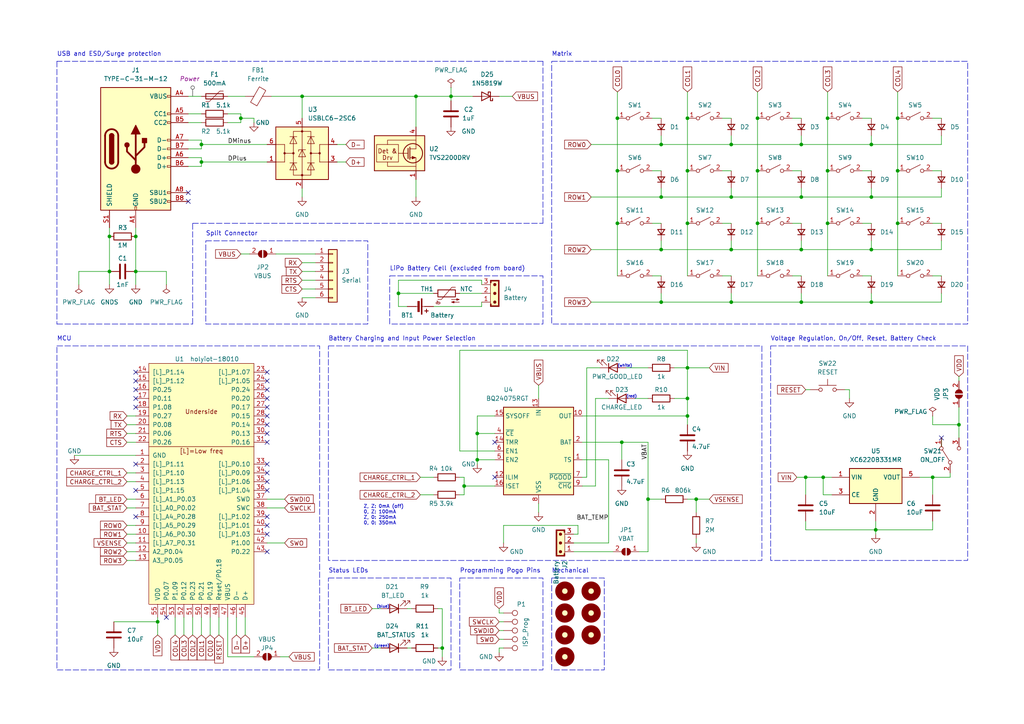
<source format=kicad_sch>
(kicad_sch (version 20230121) (generator eeschema)
  (paper "A4")
  (title_block (title "nightliner - a split wireless keyboard") (date "2023-10-21") (rev "0.1") (company "Layer-7 Technologies") (comment 2 "Project: https://michaelrommel.com/create/2023-10-21-nightliner") (comment 3 "Github: https://github.com/michaelrommel/nightliner") (comment 4 "Designer: Michael Rommel"))
  (junction (at 87.63 27.94))
  (junction (at 240.03 64.77))
  (junction (at 252.73 41.91))
  (junction (at 39.37 78.74))
  (junction (at 31.75 68.58))
  (junction (at 233.68 138.43))
  (junction (at 240.03 49.53))
  (junction (at 187.96 144.78))
  (junction (at 232.41 41.91))
  (junction (at 199.39 49.53))
  (junction (at 232.41 87.63))
  (junction (at 199.39 115.57))
  (junction (at 191.77 57.15))
  (junction (at 212.09 57.15))
  (junction (at 212.09 41.91))
  (junction (at 252.73 72.39))
  (junction (at 31.75 78.74))
  (junction (at 254 153.67))
  (junction (at 232.41 57.15))
  (junction (at 219.71 34.29))
  (junction (at 179.07 34.29))
  (junction (at 58.42 41.91))
  (junction (at 115.57 85.09))
  (junction (at 252.73 87.63))
  (junction (at 179.07 64.77))
  (junction (at 212.09 72.39))
  (junction (at 219.71 49.53))
  (junction (at 134.62 140.97))
  (junction (at 260.35 34.29))
  (junction (at 138.43 125.73))
  (junction (at 179.07 49.53))
  (junction (at 232.41 72.39))
  (junction (at 199.39 34.29))
  (junction (at 128.27 187.96))
  (junction (at 260.35 64.77))
  (junction (at 212.09 87.63))
  (junction (at 252.73 57.15))
  (junction (at 199.39 120.65))
  (junction (at 278.13 123.19))
  (junction (at 39.37 68.58))
  (junction (at 219.71 64.77))
  (junction (at 191.77 87.63))
  (junction (at 120.65 27.94))
  (junction (at 180.34 128.27))
  (junction (at 199.39 106.68))
  (junction (at 238.76 138.43))
  (junction (at 270.51 138.43))
  (junction (at 260.35 49.53))
  (junction (at 58.42 46.99))
  (junction (at 191.77 41.91))
  (junction (at 138.43 133.35))
  (junction (at 199.39 64.77))
  (junction (at 69.85 34.29))
  (junction (at 45.72 180.34))
  (junction (at 130.81 27.94))
  (junction (at 191.77 72.39))
  (junction (at 240.03 34.29))
  (junction (at 201.93 144.78))
  (no_connect (at 54.61 58.42))
  (no_connect (at 77.47 152.4))
  (no_connect (at 48.26 179.07))
  (no_connect (at 77.47 142.24))
  (no_connect (at 39.37 142.24))
  (no_connect (at 77.47 125.73))
  (no_connect (at 77.47 137.16))
  (no_connect (at 39.37 149.86))
  (no_connect (at 39.37 115.57))
  (no_connect (at 77.47 160.02))
  (no_connect (at 39.37 110.49))
  (no_connect (at 77.47 107.95))
  (no_connect (at 77.47 139.7))
  (no_connect (at 77.47 134.62))
  (no_connect (at 77.47 123.19))
  (no_connect (at 77.47 149.86))
  (no_connect (at 143.51 138.43))
  (no_connect (at 39.37 107.95))
  (no_connect (at 77.47 128.27))
  (no_connect (at 77.47 120.65))
  (no_connect (at 77.47 118.11))
  (no_connect (at 273.05 127))
  (no_connect (at 39.37 118.11))
  (no_connect (at 39.37 134.62))
  (no_connect (at 77.47 113.03))
  (no_connect (at 77.47 115.57))
  (no_connect (at 77.47 110.49))
  (no_connect (at 143.51 128.27))
  (no_connect (at 77.47 154.94))
  (no_connect (at 54.61 55.88))
  (no_connect (at 39.37 113.03))
  (wire (pts (xy 36.83 147.32) (xy 39.37 147.32)))
  (wire (pts (xy 139.7 81.28) (xy 115.57 81.28)))
  (wire (pts (xy 232.41 69.85) (xy 232.41 72.39)))
  (wire (pts (xy 278.13 118.11) (xy 278.13 123.19)))
  (wire (pts (xy 260.35 64.77) (xy 260.35 80.01)))
  (wire (pts (xy 260.35 34.29) (xy 260.35 49.53)))
  (wire (pts (xy 130.81 27.94) (xy 130.81 29.21)))
  (wire (pts (xy 78.74 27.94) (xy 87.63 27.94)))
  (wire (pts (xy 191.77 87.63) (xy 212.09 87.63)))
  (wire (pts (xy 87.63 78.74) (xy 91.44 78.74)))
  (wire (pts (xy 199.39 106.68) (xy 199.39 115.57)))
  (wire (pts (xy 201.93 144.78) (xy 199.39 144.78)))
  (wire (pts (xy 97.79 41.91) (xy 100.33 41.91)))
  (wire (pts (xy 232.41 87.63) (xy 252.73 87.63)))
  (wire (pts (xy 199.39 120.65) (xy 199.39 123.19)))
  (wire (pts (xy 36.83 139.7) (xy 39.37 139.7)))
  (wire (pts (xy 246.38 115.57) (xy 246.38 113.03)))
  (polyline (pts (xy 55.88 64.77) (xy 157.48 64.77)) (stroke (width 0) (type dash)))
  (wire (pts (xy 146.05 180.34) (xy 144.78 180.34)))
  (wire (pts (xy 144.78 189.23) (xy 144.78 187.96)))
  (wire (pts (xy 146.05 152.4) (xy 146.05 157.48)))
  (wire (pts (xy 58.42 41.91) (xy 58.42 43.18)))
  (wire (pts (xy 138.43 120.65) (xy 138.43 125.73)))
  (wire (pts (xy 54.61 45.72) (xy 58.42 45.72)))
  (wire (pts (xy 232.41 85.09) (xy 232.41 87.63)))
  (wire (pts (xy 209.55 64.77) (xy 212.09 64.77)))
  (wire (pts (xy 36.83 162.56) (xy 39.37 162.56)))
  (wire (pts (xy 143.51 120.65) (xy 138.43 120.65)))
  (wire (pts (xy 199.39 101.6) (xy 199.39 106.68)))
  (wire (pts (xy 191.77 41.91) (xy 212.09 41.91)))
  (wire (pts (xy 231.14 138.43) (xy 233.68 138.43)))
  (wire (pts (xy 212.09 87.63) (xy 232.41 87.63)))
  (wire (pts (xy 144.78 27.94) (xy 148.59 27.94)))
  (wire (pts (xy 233.68 113.03) (xy 234.95 113.03)))
  (wire (pts (xy 58.42 48.26) (xy 54.61 48.26)))
  (wire (pts (xy 252.73 87.63) (xy 273.05 87.63)))
  (wire (pts (xy 77.47 157.48) (xy 82.55 157.48)))
  (wire (pts (xy 238.76 138.43) (xy 241.3 138.43)))
  (wire (pts (xy 69.85 33.02) (xy 69.85 34.29)))
  (wire (pts (xy 58.42 40.64) (xy 58.42 41.91)))
  (wire (pts (xy 179.07 49.53) (xy 179.07 64.77)))
  (wire (pts (xy 199.39 49.53) (xy 199.39 64.77)))
  (polyline (pts (xy 16.51 17.78) (xy 16.51 93.98)) (stroke (width 0) (type dash)))
  (wire (pts (xy 167.64 152.4) (xy 167.64 154.94)))
  (wire (pts (xy 60.96 179.07) (xy 60.96 184.15)))
  (polyline (pts (xy 157.48 17.78) (xy 16.51 17.78)) (stroke (width 0) (type dash)))
  (wire (pts (xy 191.77 54.61) (xy 191.77 57.15)))
  (wire (pts (xy 180.34 128.27) (xy 180.34 133.35)))
  (wire (pts (xy 219.71 26.67) (xy 219.71 34.29)))
  (wire (pts (xy 87.63 27.94) (xy 120.65 27.94)))
  (wire (pts (xy 250.19 34.29) (xy 252.73 34.29)))
  (wire (pts (xy 58.42 43.18) (xy 54.61 43.18)))
  (wire (pts (xy 270.51 138.43) (xy 275.59 138.43)))
  (wire (pts (xy 187.96 144.78) (xy 191.77 144.78)))
  (wire (pts (xy 133.35 85.09) (xy 139.7 85.09)))
  (wire (pts (xy 250.19 80.01) (xy 252.73 80.01)))
  (polyline (pts (xy 157.48 64.77) (xy 157.48 17.78)) (stroke (width 0) (type dash)))
  (wire (pts (xy 181.61 106.68) (xy 187.96 106.68)))
  (wire (pts (xy 229.87 64.77) (xy 232.41 64.77)))
  (wire (pts (xy 252.73 72.39) (xy 273.05 72.39)))
  (wire (pts (xy 58.42 45.72) (xy 58.42 46.99)))
  (wire (pts (xy 118.11 187.96) (xy 119.38 187.96)))
  (wire (pts (xy 87.63 54.61) (xy 87.63 57.15)))
  (wire (pts (xy 144.78 176.53) (xy 144.78 177.8)))
  (wire (pts (xy 238.76 143.51) (xy 238.76 138.43)))
  (wire (pts (xy 87.63 83.82) (xy 91.44 83.82)))
  (wire (pts (xy 39.37 66.04) (xy 39.37 68.58)))
  (wire (pts (xy 270.51 64.77) (xy 273.05 64.77)))
  (wire (pts (xy 209.55 80.01) (xy 212.09 80.01)))
  (wire (pts (xy 36.83 154.94) (xy 39.37 154.94)))
  (wire (pts (xy 199.39 34.29) (xy 199.39 49.53)))
  (wire (pts (xy 31.75 68.58) (xy 31.75 78.74)))
  (polyline (pts (xy 55.88 93.98) (xy 55.88 64.77)) (stroke (width 0) (type dash)))
  (wire (pts (xy 275.59 137.16) (xy 275.59 138.43)))
  (wire (pts (xy 191.77 72.39) (xy 212.09 72.39)))
  (wire (pts (xy 179.07 64.77) (xy 179.07 80.01)))
  (wire (pts (xy 58.42 41.91) (xy 77.47 41.91)))
  (wire (pts (xy 219.71 34.29) (xy 219.71 49.53)))
  (wire (pts (xy 171.45 72.39) (xy 191.77 72.39)))
  (wire (pts (xy 212.09 72.39) (xy 232.41 72.39)))
  (wire (pts (xy 115.57 88.9) (xy 118.11 88.9)))
  (wire (pts (xy 22.86 82.55) (xy 22.86 78.74)))
  (wire (pts (xy 270.51 123.19) (xy 278.13 123.19)))
  (wire (pts (xy 270.51 49.53) (xy 273.05 49.53)))
  (wire (pts (xy 212.09 54.61) (xy 212.09 57.15)))
  (wire (pts (xy 139.7 88.9) (xy 139.7 87.63)))
  (wire (pts (xy 187.96 160.02) (xy 185.42 160.02)))
  (wire (pts (xy 48.26 78.74) (xy 39.37 78.74)))
  (wire (pts (xy 209.55 34.29) (xy 212.09 34.29)))
  (wire (pts (xy 179.07 26.67) (xy 179.07 34.29)))
  (wire (pts (xy 266.7 138.43) (xy 270.51 138.43)))
  (wire (pts (xy 36.83 152.4) (xy 39.37 152.4)))
  (wire (pts (xy 87.63 27.94) (xy 87.63 34.29)))
  (wire (pts (xy 252.73 54.61) (xy 252.73 57.15)))
  (wire (pts (xy 199.39 115.57) (xy 195.58 115.57)))
  (wire (pts (xy 55.88 179.07) (xy 55.88 184.15)))
  (wire (pts (xy 191.77 85.09) (xy 191.77 87.63)))
  (wire (pts (xy 69.85 34.29) (xy 69.85 35.56)))
  (wire (pts (xy 54.61 40.64) (xy 58.42 40.64)))
  (wire (pts (xy 31.75 78.74) (xy 31.75 82.55)))
  (wire (pts (xy 273.05 57.15) (xy 273.05 54.61)))
  (wire (pts (xy 130.81 25.4) (xy 130.81 27.94)))
  (wire (pts (xy 172.72 140.97) (xy 168.91 140.97)))
  (wire (pts (xy 36.83 160.02) (xy 39.37 160.02)))
  (wire (pts (xy 191.77 39.37) (xy 191.77 41.91)))
  (wire (pts (xy 232.41 54.61) (xy 232.41 57.15)))
  (wire (pts (xy 97.79 46.99) (xy 100.33 46.99)))
  (wire (pts (xy 36.83 144.78) (xy 39.37 144.78)))
  (wire (pts (xy 260.35 26.67) (xy 260.35 34.29)))
  (wire (pts (xy 241.3 143.51) (xy 238.76 143.51)))
  (wire (pts (xy 201.93 144.78) (xy 201.93 148.59)))
  (wire (pts (xy 171.45 87.63) (xy 191.77 87.63)))
  (wire (pts (xy 167.64 154.94) (xy 166.37 154.94)))
  (wire (pts (xy 36.83 125.73) (xy 39.37 125.73)))
  (wire (pts (xy 66.04 27.94) (xy 71.12 27.94)))
  (wire (pts (xy 144.78 177.8) (xy 146.05 177.8)))
  (wire (pts (xy 21.59 132.08) (xy 39.37 132.08)))
  (wire (pts (xy 240.03 64.77) (xy 240.03 80.01)))
  (wire (pts (xy 121.92 143.51) (xy 125.73 143.51)))
  (wire (pts (xy 54.61 35.56) (xy 58.42 35.56)))
  (wire (pts (xy 199.39 115.57) (xy 199.39 120.65)))
  (wire (pts (xy 232.41 72.39) (xy 252.73 72.39)))
  (wire (pts (xy 77.47 147.32) (xy 82.55 147.32)))
  (wire (pts (xy 233.68 151.13) (xy 233.68 153.67)))
  (wire (pts (xy 199.39 106.68) (xy 195.58 106.68)))
  (wire (pts (xy 146.05 185.42) (xy 144.78 185.42)))
  (wire (pts (xy 125.73 88.9) (xy 139.7 88.9)))
  (wire (pts (xy 233.68 138.43) (xy 238.76 138.43)))
  (wire (pts (xy 170.18 138.43) (xy 168.91 138.43)))
  (wire (pts (xy 138.43 133.35) (xy 138.43 134.62)))
  (wire (pts (xy 125.73 85.09) (xy 115.57 85.09)))
  (wire (pts (xy 133.35 143.51) (xy 134.62 143.51)))
  (wire (pts (xy 127 187.96) (xy 128.27 187.96)))
  (wire (pts (xy 254 154.94) (xy 254 153.67)))
  (wire (pts (xy 107.95 176.53) (xy 110.49 176.53)))
  (wire (pts (xy 127 176.53) (xy 128.27 176.53)))
  (wire (pts (xy 22.86 78.74) (xy 31.75 78.74)))
  (wire (pts (xy 179.07 34.29) (xy 179.07 49.53)))
  (wire (pts (xy 146.05 182.88) (xy 144.78 182.88)))
  (wire (pts (xy 254 153.67) (xy 270.51 153.67)))
  (wire (pts (xy 138.43 125.73) (xy 138.43 133.35)))
  (wire (pts (xy 187.96 144.78) (xy 187.96 160.02)))
  (wire (pts (xy 170.18 106.68) (xy 170.18 138.43)))
  (wire (pts (xy 68.58 179.07) (xy 68.58 184.15)))
  (wire (pts (xy 205.74 106.68) (xy 199.39 106.68)))
  (wire (pts (xy 118.11 176.53) (xy 119.38 176.53)))
  (wire (pts (xy 219.71 49.53) (xy 219.71 64.77)))
  (wire (pts (xy 58.42 179.07) (xy 58.42 184.15)))
  (wire (pts (xy 63.5 179.07) (xy 63.5 184.15)))
  (wire (pts (xy 115.57 85.09) (xy 115.57 88.9)))
  (wire (pts (xy 73.66 190.5) (xy 66.04 190.5)))
  (wire (pts (xy 58.42 46.99) (xy 77.47 46.99)))
  (wire (pts (xy 139.7 81.28) (xy 139.7 82.55)))
  (wire (pts (xy 252.73 39.37) (xy 252.73 41.91)))
  (wire (pts (xy 252.73 85.09) (xy 252.73 87.63)))
  (wire (pts (xy 254 153.67) (xy 254 151.13)))
  (wire (pts (xy 176.53 157.48) (xy 166.37 157.48)))
  (wire (pts (xy 120.65 27.94) (xy 120.65 36.83)))
  (wire (pts (xy 77.47 144.78) (xy 82.55 144.78)))
  (wire (pts (xy 219.71 64.77) (xy 219.71 80.01)))
  (wire (pts (xy 133.35 130.81) (xy 133.35 101.6)))
  (wire (pts (xy 107.95 187.96) (xy 110.49 187.96)))
  (wire (pts (xy 229.87 80.01) (xy 232.41 80.01)))
  (wire (pts (xy 134.62 140.97) (xy 143.51 140.97)))
  (wire (pts (xy 270.51 34.29) (xy 273.05 34.29)))
  (wire (pts (xy 133.35 138.43) (xy 134.62 138.43)))
  (wire (pts (xy 232.41 57.15) (xy 252.73 57.15)))
  (wire (pts (xy 128.27 187.96) (xy 128.27 190.5)))
  (wire (pts (xy 232.41 41.91) (xy 252.73 41.91)))
  (wire (pts (xy 189.23 64.77) (xy 191.77 64.77)))
  (wire (pts (xy 36.83 120.65) (xy 39.37 120.65)))
  (wire (pts (xy 278.13 109.22) (xy 278.13 110.49)))
  (wire (pts (xy 156.21 146.05) (xy 156.21 148.59)))
  (wire (pts (xy 121.92 138.43) (xy 125.73 138.43)))
  (wire (pts (xy 273.05 72.39) (xy 273.05 69.85)))
  (wire (pts (xy 87.63 76.2) (xy 91.44 76.2)))
  (wire (pts (xy 130.81 27.94) (xy 137.16 27.94)))
  (wire (pts (xy 233.68 153.67) (xy 254 153.67)))
  (wire (pts (xy 73.66 34.29) (xy 73.66 35.56)))
  (wire (pts (xy 133.35 101.6) (xy 199.39 101.6)))
  (wire (pts (xy 229.87 34.29) (xy 232.41 34.29)))
  (wire (pts (xy 138.43 133.35) (xy 143.51 133.35)))
  (wire (pts (xy 252.73 41.91) (xy 273.05 41.91)))
  (wire (pts (xy 240.03 34.29) (xy 240.03 49.53)))
  (wire (pts (xy 48.26 82.55) (xy 48.26 78.74)))
  (wire (pts (xy 87.63 81.28) (xy 91.44 81.28)))
  (wire (pts (xy 171.45 57.15) (xy 191.77 57.15)))
  (wire (pts (xy 168.91 133.35) (xy 176.53 133.35)))
  (polyline (pts (xy 16.51 93.98) (xy 55.88 93.98)) (stroke (width 0) (type dash)))
  (wire (pts (xy 156.21 111.76) (xy 156.21 115.57)))
  (wire (pts (xy 199.39 64.77) (xy 199.39 80.01)))
  (wire (pts (xy 66.04 33.02) (xy 69.85 33.02)))
  (wire (pts (xy 273.05 41.91) (xy 273.05 39.37)))
  (wire (pts (xy 233.68 138.43) (xy 233.68 143.51)))
  (wire (pts (xy 115.57 81.28) (xy 115.57 85.09)))
  (wire (pts (xy 212.09 69.85) (xy 212.09 72.39)))
  (wire (pts (xy 273.05 129.54) (xy 273.05 127)))
  (wire (pts (xy 250.19 64.77) (xy 252.73 64.77)))
  (wire (pts (xy 177.8 160.02) (xy 166.37 160.02)))
  (wire (pts (xy 270.51 120.65) (xy 270.51 123.19)))
  (wire (pts (xy 212.09 41.91) (xy 232.41 41.91)))
  (wire (pts (xy 58.42 46.99) (xy 58.42 48.26)))
  (wire (pts (xy 201.93 156.21) (xy 201.93 157.48)))
  (wire (pts (xy 171.45 41.91) (xy 191.77 41.91)))
  (wire (pts (xy 146.05 152.4) (xy 167.64 152.4)))
  (wire (pts (xy 191.77 57.15) (xy 212.09 57.15)))
  (wire (pts (xy 170.18 106.68) (xy 173.99 106.68)))
  (wire (pts (xy 54.61 27.94) (xy 58.42 27.94)))
  (wire (pts (xy 212.09 85.09) (xy 212.09 87.63)))
  (wire (pts (xy 36.83 123.19) (xy 39.37 123.19)))
  (wire (pts (xy 209.55 49.53) (xy 212.09 49.53)))
  (wire (pts (xy 36.83 137.16) (xy 39.37 137.16)))
  (wire (pts (xy 180.34 128.27) (xy 187.96 128.27)))
  (wire (pts (xy 189.23 80.01) (xy 191.77 80.01)))
  (wire (pts (xy 187.96 128.27) (xy 187.96 144.78)))
  (wire (pts (xy 199.39 26.67) (xy 199.39 34.29)))
  (wire (pts (xy 184.15 115.57) (xy 187.96 115.57)))
  (wire (pts (xy 191.77 69.85) (xy 191.77 72.39)))
  (wire (pts (xy 201.93 144.78) (xy 205.74 144.78)))
  (wire (pts (xy 260.35 49.53) (xy 260.35 64.77)))
  (wire (pts (xy 36.83 128.27) (xy 39.37 128.27)))
  (wire (pts (xy 232.41 39.37) (xy 232.41 41.91)))
  (wire (pts (xy 58.42 33.02) (xy 54.61 33.02)))
  (wire (pts (xy 36.83 157.48) (xy 39.37 157.48)))
  (wire (pts (xy 80.01 73.66) (xy 91.44 73.66)))
  (wire (pts (xy 172.72 115.57) (xy 176.53 115.57)))
  (wire (pts (xy 252.73 69.85) (xy 252.73 72.39)))
  (wire (pts (xy 229.87 49.53) (xy 232.41 49.53)))
  (wire (pts (xy 81.28 190.5) (xy 83.82 190.5)))
  (wire (pts (xy 138.43 125.73) (xy 143.51 125.73)))
  (wire (pts (xy 270.51 138.43) (xy 270.51 143.51)))
  (wire (pts (xy 270.51 151.13) (xy 270.51 153.67)))
  (wire (pts (xy 69.85 34.29) (xy 73.66 34.29)))
  (wire (pts (xy 168.91 120.65) (xy 199.39 120.65)))
  (wire (pts (xy 270.51 80.01) (xy 273.05 80.01)))
  (wire (pts (xy 71.12 179.07) (xy 71.12 184.15)))
  (wire (pts (xy 53.34 179.07) (xy 53.34 184.15)))
  (wire (pts (xy 252.73 57.15) (xy 273.05 57.15)))
  (wire (pts (xy 134.62 140.97) (xy 134.62 143.51)))
  (wire (pts (xy 180.34 128.27) (xy 168.91 128.27)))
  (wire (pts (xy 144.78 187.96) (xy 146.05 187.96)))
  (wire (pts (xy 128.27 176.53) (xy 128.27 187.96)))
  (wire (pts (xy 240.03 26.67) (xy 240.03 34.29)))
  (wire (pts (xy 69.85 35.56) (xy 66.04 35.56)))
  (wire (pts (xy 134.62 138.43) (xy 134.62 140.97)))
  (wire (pts (xy 250.19 49.53) (xy 252.73 49.53)))
  (wire (pts (xy 212.09 39.37) (xy 212.09 41.91)))
  (wire (pts (xy 69.85 73.66) (xy 72.39 73.66)))
  (wire (pts (xy 45.72 179.07) (xy 45.72 180.34)))
  (wire (pts (xy 278.13 123.19) (xy 278.13 127)))
  (wire (pts (xy 246.38 113.03) (xy 245.11 113.03)))
  (wire (pts (xy 66.04 179.07) (xy 66.04 190.5)))
  (wire (pts (xy 176.53 133.35) (xy 176.53 157.48)))
  (wire (pts (xy 240.03 49.53) (xy 240.03 64.77)))
  (wire (pts (xy 189.23 49.53) (xy 191.77 49.53)))
  (wire (pts (xy 91.44 86.36) (xy 87.63 86.36)))
  (wire (pts (xy 189.23 34.29) (xy 191.77 34.29)))
  (wire (pts (xy 212.09 57.15) (xy 232.41 57.15)))
  (wire (pts (xy 133.35 130.81) (xy 143.51 130.81)))
  (wire (pts (xy 31.75 66.04) (xy 31.75 68.58)))
  (wire (pts (xy 273.05 87.63) (xy 273.05 85.09)))
  (wire (pts (xy 39.37 78.74) (xy 39.37 82.55)))
  (wire (pts (xy 50.8 179.07) (xy 50.8 184.15)))
  (wire (pts (xy 33.02 180.34) (xy 45.72 180.34)))
  (wire (pts (xy 45.72 180.34) (xy 45.72 184.15)))
  (wire (pts (xy 39.37 68.58) (xy 39.37 78.74)))
  (wire (pts (xy 172.72 115.57) (xy 172.72 140.97)))
  (wire (pts (xy 120.65 27.94) (xy 130.81 27.94)))
  (wire (pts (xy 120.65 52.07) (xy 120.65 57.15)))
  (rectangle (start 59.69 69.85) (end 106.68 93.98) (stroke (width 0) (type dash)))
  (rectangle (start 160.02 167.64) (end 175.26 194.31) (stroke (width 0) (type dash)))
  (rectangle (start 16.51 100.33) (end 92.71 194.31) (stroke (width 0) (type dash)))
  (rectangle (start 133.35 167.64) (end 157.48 194.31) (stroke (width 0) (type dash)))
  (rectangle (start 95.25 100.33) (end 220.98 162.56) (stroke (width 0) (type dash)))
  (rectangle (start 95.25 167.64) (end 130.81 194.31) (stroke (width 0) (type dash)))
  (rectangle (start 113.03 80.01) (end 157.48 93.98) (stroke (width 0) (type dash)))
  (rectangle (start 160.02 17.78) (end 280.67 93.98) (stroke (width 0) (type dash)))
  (rectangle (start 223.52 100.33) (end 280.67 162.56) (stroke (width 0) (type dash)))
  (text "Programming Pogo Pins" (at 133.35 166.37 0) (effects (font (size 1.27 1.27)) (justify left bottom)))
  (text "Mechanical" (at 160.02 166.37 0) (effects (font (size 1.27 1.27)) (justify left bottom)))
  (text "Battery Charging and Input Power Selection" (at 95.25 99.06 0) (effects (font (size 1.27 1.27)) (justify left bottom)))
  (text "Status LEDs" (at 95.25 166.37 0) (effects (font (size 1.27 1.27)) (justify left bottom)))
  (text "Voltage Regulation, On/Off, Reset, Battery Check" (at 223.52 99.06 0) (effects (font (size 1.27 1.27)) (justify left bottom)))
  (text "Split Connector" (at 59.69 68.58 0) (effects (font (size 1.27 1.27)) (justify left bottom)))
  (text "MCU" (at 16.51 99.06 0) (effects (font (size 1.27 1.27)) (justify left bottom)))
  (text "(red)" (at 181.61 115.57 0) (effects (font (size 0.8 0.8)) (justify left bottom)))
  (text "Z, Z: 0mA (off)\n0, Z: 100mA\nZ, 0: 250mA\n0, 0: 350mA" (at 105.41 152.4 0) (effects (font (size 0.9906 0.9906)) (justify left bottom)))
  (text "Matrix" (at 160.02 16.51 0) (effects (font (size 1.27 1.27)) (justify left bottom)))
  (text "(green)" (at 113.03 187.96 0) (effects (font (size 0.8 0.8)) (justify right bottom)))
  (text "(white)" (at 179.07 106.68 0) (effects (font (size 0.8 0.8)) (justify left bottom)))
  (text "LiPo Battery Cell (excluded from board)" (at 113.03 78.74 0) (effects (font (size 1.27 1.27)) (justify left bottom)))
  (text "(blue)" (at 113.03 176.53 0) (effects (font (size 0.8 0.8)) (justify right bottom)))
  (text "USB and ESD/Surge protection" (at 16.51 16.51 0) (effects (font (size 1.27 1.27)) (justify left bottom)))
  (label "VBAT" (at 187.96 133.35 90))
  (label "BAT_TEMP" (at 176.53 151.13 180))
  (label "DMinus" (at 66.04 41.91 0))
  (label "DPlus" (at 66.04 46.99 0))
  (global_label "CTS" (shape input) (at 36.83 128.27 180) (property "Intersheetrefs" "${INTERSHEET_REFS}" (effects hide)))
  (global_label "COL2" (shape input) (at 55.88 184.15 270) (property "Intersheetrefs" "${INTERSHEET_REFS}" (effects hide)))
  (global_label "VBUS" (shape input) (at 69.85 73.66 180) (property "Intersheetrefs" "${INTERSHEET_REFS}" (effects hide)))
  (global_label "VBUS" (shape input) (at 156.21 111.76 90) (property "Intersheetrefs" "${INTERSHEET_REFS}" (effects hide)))
  (global_label "D+" (shape input) (at 100.33 46.99 0) (property "Intersheetrefs" "${INTERSHEET_REFS}" (effects hide)))
  (global_label "TX" (shape input) (at 36.83 123.19 180) (property "Intersheetrefs" "${INTERSHEET_REFS}" (effects hide)))
  (global_label "ROW0" (shape input) (at 36.83 152.4 180) (property "Intersheetrefs" "${INTERSHEET_REFS}" (effects hide)))
  (global_label "RESET" (shape input) (at 233.68 113.03 180) (property "Intersheetrefs" "${INTERSHEET_REFS}" (effects hide)))
  (global_label "ROW3" (shape input) (at 36.83 162.56 180) (property "Intersheetrefs" "${INTERSHEET_REFS}" (effects hide)))
  (global_label "CHARGE_CTRL_1" (shape input) (at 36.83 137.16 180) (property "Intersheetrefs" "${INTERSHEET_REFS}" (effects hide)))
  (global_label "RESET" (shape input) (at 63.5 184.15 270) (property "Intersheetrefs" "${INTERSHEET_REFS}" (effects hide)))
  (global_label "COL0" (shape input) (at 179.07 26.67 90) (property "Intersheetrefs" "${INTERSHEET_REFS}" (effects hide)))
  (global_label "VIN" (shape input) (at 231.14 138.43 180) (property "Intersheetrefs" "${INTERSHEET_REFS}" (effects hide)))
  (global_label "VSENSE" (shape input) (at 205.74 144.78 0) (property "Intersheetrefs" "${INTERSHEET_REFS}" (effects hide)))
  (global_label "VIN" (shape input) (at 205.74 106.68 0) (property "Intersheetrefs" "${INTERSHEET_REFS}" (effects hide)))
  (global_label "CHARGE_CTRL_2" (shape input) (at 36.83 139.7 180) (property "Intersheetrefs" "${INTERSHEET_REFS}" (effects hide)))
  (global_label "COL4" (shape input) (at 260.35 26.67 90) (property "Intersheetrefs" "${INTERSHEET_REFS}" (effects hide)))
  (global_label "ROW3" (shape input) (at 171.45 87.63 180) (property "Intersheetrefs" "${INTERSHEET_REFS}" (effects hide)))
  (global_label "COL4" (shape input) (at 50.8 184.15 270) (property "Intersheetrefs" "${INTERSHEET_REFS}" (effects hide)))
  (global_label "RX" (shape input) (at 36.83 120.65 180) (property "Intersheetrefs" "${INTERSHEET_REFS}" (effects hide)))
  (global_label "BAT_STAT" (shape input) (at 36.83 147.32 180) (property "Intersheetrefs" "${INTERSHEET_REFS}" (effects hide)))
  (global_label "COL2" (shape input) (at 219.71 26.67 90) (property "Intersheetrefs" "${INTERSHEET_REFS}" (effects hide)))
  (global_label "SWCLK" (shape input) (at 144.78 180.34 180) (property "Intersheetrefs" "${INTERSHEET_REFS}" (effects hide)))
  (global_label "BAT_STAT" (shape input) (at 107.95 187.96 180) (property "Intersheetrefs" "${INTERSHEET_REFS}" (effects hide)))
  (global_label "ROW0" (shape input) (at 171.45 41.91 180) (property "Intersheetrefs" "${INTERSHEET_REFS}" (effects hide)))
  (global_label "VDD" (shape input) (at 45.72 184.15 270) (property "Intersheetrefs" "${INTERSHEET_REFS}" (effects hide)))
  (global_label "RX" (shape input) (at 87.63 76.2 180) (property "Intersheetrefs" "${INTERSHEET_REFS}" (effects hide)))
  (global_label "RTS" (shape input) (at 87.63 81.28 180) (property "Intersheetrefs" "${INTERSHEET_REFS}" (effects hide)))
  (global_label "SWO" (shape input) (at 82.55 157.48 0) (property "Intersheetrefs" "${INTERSHEET_REFS}" (effects hide)))
  (global_label "VSENSE" (shape input) (at 36.83 157.48 180) (property "Intersheetrefs" "${INTERSHEET_REFS}" (effects hide)))
  (global_label "VBUS" (shape input) (at 83.82 190.5 0) (property "Intersheetrefs" "${INTERSHEET_REFS}" (effects hide)))
  (global_label "VDD" (shape input) (at 278.13 109.22 90) (property "Intersheetrefs" "${INTERSHEET_REFS}" (effects hide)))
  (global_label "SWCLK" (shape input) (at 82.55 147.32 0) (property "Intersheetrefs" "${INTERSHEET_REFS}" (effects hide)))
  (global_label "CHARGE_CTRL_2" (shape input) (at 121.92 143.51 180) (property "Intersheetrefs" "${INTERSHEET_REFS}" (effects hide)))
  (global_label "ROW1" (shape input) (at 171.45 57.15 180) (property "Intersheetrefs" "${INTERSHEET_REFS}" (effects hide)))
  (global_label "ROW2" (shape input) (at 36.83 160.02 180) (property "Intersheetrefs" "${INTERSHEET_REFS}" (effects hide)))
  (global_label "TX" (shape input) (at 87.63 78.74 180) (property "Intersheetrefs" "${INTERSHEET_REFS}" (effects hide)))
  (global_label "D-" (shape input) (at 68.58 184.15 270) (property "Intersheetrefs" "${INTERSHEET_REFS}" (effects hide)))
  (global_label "ROW2" (shape input) (at 171.45 72.39 180) (property "Intersheetrefs" "${INTERSHEET_REFS}" (effects hide)))
  (global_label "COL1" (shape input) (at 199.39 26.67 90) (property "Intersheetrefs" "${INTERSHEET_REFS}" (effects hide)))
  (global_label "COL3" (shape input) (at 53.34 184.15 270) (property "Intersheetrefs" "${INTERSHEET_REFS}" (effects hide)))
  (global_label "D+" (shape input) (at 71.12 184.15 270) (property "Intersheetrefs" "${INTERSHEET_REFS}" (effects hide)))
  (global_label "D-" (shape input) (at 100.33 41.91 0) (property "Intersheetrefs" "${INTERSHEET_REFS}" (effects hide)))
  (global_label "VDD" (shape input) (at 144.78 176.53 90) (property "Intersheetrefs" "${INTERSHEET_REFS}" (effects hide)))
  (global_label "COL3" (shape input) (at 240.03 26.67 90) (property "Intersheetrefs" "${INTERSHEET_REFS}" (effects hide)))
  (global_label "RTS" (shape input) (at 36.83 125.73 180) (property "Intersheetrefs" "${INTERSHEET_REFS}" (effects hide)))
  (global_label "BT_LED" (shape input) (at 36.83 144.78 180) (property "Intersheetrefs" "${INTERSHEET_REFS}" (effects hide)))
  (global_label "SWO" (shape input) (at 144.78 185.42 180) (property "Intersheetrefs" "${INTERSHEET_REFS}" (effects hide)))
  (global_label "CHARGE_CTRL_1" (shape input) (at 121.92 138.43 180) (property "Intersheetrefs" "${INTERSHEET_REFS}" (effects hide)))
  (global_label "SWDIO" (shape input) (at 144.78 182.88 180) (property "Intersheetrefs" "${INTERSHEET_REFS}" (effects hide)))
  (global_label "SWDIO" (shape input) (at 82.55 144.78 0) (property "Intersheetrefs" "${INTERSHEET_REFS}" (effects hide)))
  (global_label "BT_LED" (shape input) (at 107.95 176.53 180) (property "Intersheetrefs" "${INTERSHEET_REFS}" (effects hide)))
  (global_label "CTS" (shape input) (at 87.63 83.82 180) (property "Intersheetrefs" "${INTERSHEET_REFS}" (effects hide)))
  (global_label "ROW1" (shape input) (at 36.83 154.94 180) (property "Intersheetrefs" "${INTERSHEET_REFS}" (effects hide)))
  (global_label "VBUS" (shape input) (at 148.59 27.94 0) (property "Intersheetrefs" "${INTERSHEET_REFS}" (effects hide)))
  (global_label "COL0" (shape input) (at 60.96 184.15 270) (property "Intersheetrefs" "${INTERSHEET_REFS}" (effects hide)))
  (global_label "COL1" (shape input) (at 58.42 184.15 270) (property "Intersheetrefs" "${INTERSHEET_REFS}" (effects hide)))
  (netclass_flag "" (length 2.54) (shape round) (at 55.88 27.94 0) (property "Netclass" "Power" (at 52.07 22.86 0) (effects (font italic) (justify left))))
  (symbol (lib_id "Switch:SW_SPST") (at 204.47 64.77 0) (unit 1)
    (property "Reference" "SW12" (at 204.47 60.96 0))
    (property "Value" "ring_bottom" (effects hide))
    (property "Footprint" "miro_keyboard:Kailh_Choc_CPG135001D02_Hotswap" (effects hide))
  )
  (symbol (lib_id "PCM_SL_Mechanical:MountingHole_M3") (at 171.45 184.15 0) (unit 1)
    (property "Reference" "H6" (effects hide))
    (property "Value" "MountingHole_M3" (effects hide))
    (property "Footprint" "miro_keyboard:StandOff_6mm_M3" (effects hide))
  )
  (symbol (lib_id "power:GND") (at 254 154.94 0) (unit 1)
    (property "Reference" "#PWR012" (effects hide))
    (property "Value" "GND" (at 254 160.02 0))
  )
  (symbol (lib_id "Device:D_Small") (at 212.09 52.07 90) (unit 1)
    (property "Reference" "D7" (at 214.63 52.07 90) (effects (justify right)))
    (property "Value" "D_Small" (effects hide))
    (property "Footprint" "Diode_SMD:D_SOD-323" (effects hide))
    (property "Sim.Device" "D" (effects hide))
    (property "Sim.Pins" "1=K 2=A" (effects hide))
  )
  (symbol (lib_id "power:GND") (at 21.59 132.08 0) (unit 1)
    (property "Reference" "#PWR018" (effects hide))
    (property "Value" "GND" (at 21.59 130.81 0))
  )
  (symbol (lib_id "Device:FerriteBead") (at 74.93 27.94 90) (unit 1)
    (property "Reference" "FB1" (at 74.8792 20.32 90))
    (property "Value" "Ferrite" (at 74.8792 22.86 90))
    (property "Footprint" "Capacitor_SMD:C_0603_1608Metric" (effects hide))
    (property "LCSCNumber" "C14709" (effects hide))
    (property "PartNumber" "BLM18PG121SN1D" (effects hide))
  )
  (symbol (lib_id "Device:C") (at 233.68 147.32 0) (unit 1)
    (property "Reference" "C5" (at 237.49 146.05 0) (effects (justify left)))
    (property "Value" "10uF" (at 237.49 148.59 0) (effects (justify left)))
    (property "Footprint" "Capacitor_SMD:C_0805_2012Metric" (effects hide))
  )
  (symbol (lib_id "Device:LED") (at 177.8 106.68 0) (mirror x) (unit 1)
    (property "Reference" "D22" (at 177.8 104.14 0))
    (property "Value" "PWR_GOOD_LED" (at 179.07 109.22 0))
    (property "Footprint" "LED_SMD:LED_0603_1608Metric" (effects hide))
    (property "PartNumber" "LTW-C194TS5" (effects hide))
    (property "LCSCNumber" "C575432" (effects hide))
  )
  (symbol (lib_id "Device:D_Small") (at 273.05 36.83 90) (unit 1)
    (property "Reference" "D5" (at 275.59 36.83 90) (effects (justify right)))
    (property "Value" "D_Small" (effects hide))
    (property "Footprint" "Diode_SMD:D_SOD-323" (effects hide))
    (property "Sim.Device" "D" (effects hide))
    (property "Sim.Pins" "1=K 2=A" (effects hide))
  )
  (symbol (lib_id "Switch:SW_SPST") (at 245.11 64.77 0) (unit 1)
    (property "Reference" "SW14" (at 245.11 60.96 0))
    (property "Value" "index_bottom" (effects hide))
    (property "Footprint" "miro_keyboard:Kailh_Choc_CPG135001D02_Hotswap" (effects hide))
  )
  (symbol (lib_id "Switch:SW_SPST") (at 204.47 49.53 0) (unit 1)
    (property "Reference" "SW7" (at 204.47 45.72 0))
    (property "Value" "ring_home" (effects hide))
    (property "Footprint" "miro_keyboard:Kailh_Choc_CPG135001D02_Hotswap" (effects hide))
  )
  (symbol (lib_id "power:GND") (at 156.21 148.59 0) (unit 1)
    (property "Reference" "#PWR08" (effects hide))
    (property "Value" "GND" (at 156.21 153.67 0))
  )
  (symbol (lib_id "Switch:SW_SPST") (at 184.15 80.01 0) (unit 1)
    (property "Reference" "SW16" (at 184.15 76.2 0))
    (property "Value" "outer_top" (effects hide))
    (property "Footprint" "miro_keyboard:Kailh_Choc_CPG135001D02_Hotswap" (effects hide))
  )
  (symbol (lib_id "Device:D_Small") (at 212.09 67.31 90) (unit 1)
    (property "Reference" "D12" (at 214.63 67.31 90) (effects (justify right)))
    (property "Value" "D_Small" (effects hide))
    (property "Footprint" "Diode_SMD:D_SOD-323" (effects hide))
    (property "Sim.Device" "D" (effects hide))
    (property "Sim.Pins" "1=K 2=A" (effects hide))
  )
  (symbol (lib_id "Power_Protection:TVS2200DRV") (at 120.65 44.45 0) (unit 1)
    (property "Reference" "U2" (at 124.46 43.18 0) (effects (justify left)))
    (property "Value" "TVS2200DRV" (at 124.46 45.72 0) (effects (justify left)))
    (property "Footprint" "Package_SON:WSON-6-1EP_2x2mm_P0.65mm_EP1x1.6mm" (effects hide))
    (property "Datasheet" "http://www.ti.com/lit/ds/symlink/tvs2200.pdf" (effects hide))
  )
  (symbol (lib_id "Device:C") (at 270.51 147.32 0) (unit 1)
    (property "Reference" "C6" (at 262.89 146.05 0) (effects (justify left)))
    (property "Value" "10uF" (at 262.89 148.59 0) (effects (justify left)))
    (property "Footprint" "Capacitor_SMD:C_0805_2012Metric" (effects hide))
  )
  (symbol (lib_id "Device:R") (at 195.58 144.78 90) (unit 1)
    (property "Reference" "R6" (at 193.04 142.24 90))
    (property "Value" "806k" (at 198.12 142.24 90))
    (property "Footprint" "Resistor_SMD:R_0805_2012Metric" (effects hide))
  )
  (symbol (lib_id "Switch:SW_SPST") (at 204.47 80.01 0) (unit 1)
    (property "Reference" "SW17" (at 204.47 76.2 0))
    (property "Value" "outer_home" (effects hide))
    (property "Footprint" "miro_keyboard:Kailh_Choc_CPG135001D02_Hotswap" (effects hide))
  )
  (symbol (lib_id "Device:D_Small") (at 252.73 52.07 90) (unit 1)
    (property "Reference" "D9" (at 255.27 52.07 90) (effects (justify right)))
    (property "Value" "D_Small" (effects hide))
    (property "Footprint" "Diode_SMD:D_SOD-323" (effects hide))
    (property "Sim.Device" "D" (effects hide))
    (property "Sim.Pins" "1=K 2=A" (effects hide))
  )
  (symbol (lib_id "Switch:SW_SPDT") (at 275.59 132.08 90) (unit 1)
    (property "Reference" "SW21" (at 270.51 130.81 90))
    (property "Value" "ON_OFF" (at 270.51 133.35 90))
    (property "Footprint" "miro_keyboard:SW_ROCPU_SK-12D07-5_SPDT_Angled" (effects hide))
  )
  (symbol (lib_id "Switch:SW_Push") (at 240.03 113.03 0) (unit 1)
    (property "Reference" "SW22" (at 240.03 105.41 0))
    (property "Value" "RESET" (at 240.03 107.95 0))
    (property "Footprint" "miro_keyboard:SW_Push_1P1T_NO_CK_KSC4xxJ" (effects hide))
  )
  (symbol (lib_id "PCM_SL_Mechanical:MountingHole_M3") (at 163.83 184.15 0) (unit 1)
    (property "Reference" "H5" (effects hide))
    (property "Value" "MountingHole_M3" (effects hide))
    (property "Footprint" "miro_keyboard:StandOff_6mm_M3" (effects hide))
  )
  (symbol (lib_id "Device:R") (at 191.77 115.57 90) (unit 1)
    (property "Reference" "R10" (at 191.77 113.03 90))
    (property "Value" "1k" (at 191.77 118.11 90))
    (property "Footprint" "Resistor_SMD:R_0805_2012Metric" (effects hide))
  )
  (symbol (lib_id "Switch:SW_SPST") (at 224.79 49.53 0) (unit 1)
    (property "Reference" "SW8" (at 224.79 45.72 0))
    (property "Value" "middle_home" (effects hide))
    (property "Footprint" "miro_keyboard:Kailh_Choc_CPG135001D02_Hotswap" (effects hide))
  )
  (symbol (lib_id "PCM_SL_Mechanical:MountingHole_M3") (at 163.83 171.45 0) (unit 1)
    (property "Reference" "H1" (effects hide))
    (property "Value" "Standoff_6mm_M3" (effects hide))
    (property "Footprint" "miro_keyboard:StandOff_6mm_M3" (effects hide))
  )
  (symbol (lib_id "Switch:SW_SPST") (at 224.79 80.01 0) (unit 1)
    (property "Reference" "SW18" (at 224.79 76.2 0))
    (property "Value" "near_thumb" (effects hide))
    (property "Footprint" "miro_keyboard:Kailh_Choc_CPG135001D02_Hotswap" (effects hide))
  )
  (symbol (lib_id "PCM_SL_Connectors:JST_03") (at 162.56 157.48 180) (unit 1)
    (property "Reference" "J2" (at 163.83 162.56 90) (effects (justify left)))
    (property "Value" "Battery" (at 161.29 162.56 90) (effects (justify left)))
    (property "Footprint" "Connector_JST:JST_XH_S3B-XH-A-1_1x03_P2.50mm_Horizontal" (effects hide))
  )
  (symbol (lib_id "Device:C") (at 33.02 184.15 0) (unit 1)
    (property "Reference" "C7" (at 36.83 182.88 0) (effects (justify left)))
    (property "Value" "10uF" (at 36.83 185.42 0) (effects (justify left)))
    (property "Footprint" "Capacitor_SMD:C_0805_2012Metric" (effects hide))
  )
  (symbol (lib_id "Jumper:SolderJumper_2_Open") (at 181.61 160.02 180) (unit 1)
    (property "Reference" "JP1" (at 181.61 153.67 0))
    (property "Value" "VBAT" (at 181.61 156.21 0))
    (property "Footprint" "Jumper:SolderJumper-2_P1.3mm_Open_RoundedPad1.0x1.5mm" (effects hide))
  )
  (symbol (lib_id "power:GND") (at 180.34 140.97 0) (unit 1)
    (property "Reference" "#PWR010" (effects hide))
    (property "Value" "GND" (at 180.34 146.05 0))
  )
  (symbol (lib_id "PCM_SL_Connectors:JST_03") (at 143.51 85.09 0) (mirror x) (unit 1) (in_bom no) (on_board no)
    (property "Reference" "J4" (at 146.05 83.82 0) (effects (justify left)))
    (property "Value" "Battery" (at 146.05 86.36 0) (effects (justify left)))
    (property "Footprint" "Connector_JST:JST_EH_B3B-EH-A_1x03_P2.50mm_Vertical" (effects hide))
  )
  (symbol (lib_id "PCM_SL_Mechanical:MountingHole_M3") (at 163.83 190.5 0) (unit 1)
    (property "Reference" "H7" (effects hide))
    (property "Value" "MountingHole_M3" (effects hide))
    (property "Footprint" "miro_keyboard:StandOff_6mm_M3" (effects hide))
  )
  (symbol (lib_id "Jumper:SolderJumper_2_Open") (at 278.13 114.3 90) (unit 1)
    (property "Reference" "JP3" (at 274.32 114.3 0))
    (property "Value" "VDD" (at 271.78 114.3 0))
    (property "Footprint" "Jumper:SolderJumper-2_P1.3mm_Open_RoundedPad1.0x1.5mm" (effects hide))
  )
  (symbol (lib_id "kleeb_mcu:holyiot-18010") (at 58.42 144.78 0) (unit 1)
    (property "Reference" "U1" (at 52.07 104.14 0))
    (property "Value" "holyiot-18010" (at 62.23 104.14 0))
    (property "Footprint" "miro_keyboard:HOLYIOT-18010-UndersidePins-SMD" (effects hide))
  )
  (symbol (lib_id "Switch:SW_SPST") (at 265.43 34.29 0) (unit 1)
    (property "Reference" "SW5" (at 265.43 30.48 0))
    (property "Value" "inner_top" (effects hide))
    (property "Footprint" "miro_keyboard:Kailh_Choc_CPG135001D02_Hotswap" (effects hide))
  )
  (symbol (lib_id "PCM_SL_Mechanical:MountingHole_M3") (at 171.45 177.8 0) (unit 1)
    (property "Reference" "H4" (effects hide))
    (property "Value" "MountingHole_M3" (effects hide))
    (property "Footprint" "miro_keyboard:StandOff_6mm_M3" (effects hide))
  )
  (symbol (lib_id "power:GND") (at 246.38 115.57 0) (unit 1)
    (property "Reference" "#PWR013" (effects hide))
    (property "Value" "GND" (at 246.38 120.65 0))
  )
  (symbol (lib_id "Device:LED") (at 114.3 176.53 180) (unit 1)
    (property "Reference" "D21" (at 111.76 170.18 0) (effects (justify right)))
    (property "Value" "BT_LED" (at 110.49 172.72 0) (effects (justify right)))
    (property "Footprint" "LED_SMD:LED_0603_1608Metric" (effects hide))
    (property "PartNumber" "LTST-C194TBKT" (effects hide))
    (property "LCSCNumber" "C575417" (effects hide))
  )
  (symbol (lib_id "power:PWR_FLAG") (at 22.86 82.55 180) (unit 1)
    (property "Reference" "#FLG04" (effects hide))
    (property "Value" "PWR_FLAG" (at 22.86 87.63 0))
  )
  (symbol (lib_id "Switch:SW_SPST") (at 224.79 64.77 0) (unit 1)
    (property "Reference" "SW13" (at 224.79 60.96 0))
    (property "Value" "middle_bottom" (effects hide))
    (property "Footprint" "miro_keyboard:Kailh_Choc_CPG135001D02_Hotswap" (effects hide))
  )
  (symbol (lib_id "Device:LED") (at 180.34 115.57 0) (mirror x) (unit 1)
    (property "Reference" "D23" (at 180.34 113.03 0))
    (property "Value" "CHARGE_LED" (at 180.34 118.11 0))
    (property "Footprint" "LED_SMD:LED_0603_1608Metric" (effects hide))
    (property "PartNumber" "LTST-C194KRKT" (effects hide))
    (property "LCSCNumber" "C913101" (effects hide))
  )
  (symbol (lib_id "Switch:SW_SPST") (at 245.11 80.01 0) (unit 1)
    (property "Reference" "SW19" (at 245.11 76.2 0))
    (property "Value" "home_thumb" (effects hide))
    (property "Footprint" "miro_keyboard:Kailh_Choc_CPG135001D02_Hotswap" (effects hide))
  )
  (symbol (lib_id "Device:R") (at 129.54 143.51 90) (unit 1)
    (property "Reference" "R5" (at 125.73 146.05 90))
    (property "Value" "3.9k" (at 129.54 146.05 90))
    (property "Footprint" "Resistor_SMD:R_0805_2012Metric" (effects hide))
  )
  (symbol (lib_id "power:PWR_FLAG") (at 270.51 120.65 0) (unit 1)
    (property "Reference" "#FLG03" (effects hide))
    (property "Value" "PWR_FLAG" (at 264.16 119.38 0))
  )
  (symbol (lib_id "Device:D_Small") (at 191.77 36.83 90) (unit 1)
    (property "Reference" "D1" (at 194.31 36.83 90) (effects (justify right)))
    (property "Value" "D_Small" (effects hide))
    (property "Footprint" "Diode_SMD:D_SOD-323" (effects hide))
    (property "Sim.Device" "D" (effects hide))
    (property "Sim.Pins" "1=K 2=A" (effects hide))
  )
  (symbol (lib_id "power:GND") (at 128.27 190.5 0) (unit 1)
    (property "Reference" "#PWR016" (effects hide))
    (property "Value" "GND" (at 124.46 191.77 0))
  )
  (symbol (lib_id "Power_Protection:USBLC6-2SC6") (at 87.63 44.45 0) (unit 1)
    (property "Reference" "U3" (at 89.2811 31.75 0) (effects (justify left)))
    (property "Value" "USBLC6-2SC6" (at 89.2811 34.29 0) (effects (justify left)))
    (property "Footprint" "Package_TO_SOT_SMD:SOT-23-6" (effects hide))
    (property "Datasheet" "https://www.st.com/resource/en/datasheet/usblc6-2.pdf" (effects hide))
  )
  (symbol (lib_id "power:GND") (at 144.78 189.23 0) (unit 1)
    (property "Reference" "#PWR015" (effects hide))
    (property "Value" "GND" (at 140.97 190.5 0))
  )
  (symbol (lib_id "power:GND") (at 33.02 187.96 0) (unit 1)
    (property "Reference" "#PWR017" (effects hide))
    (property "Value" "GND" (at 33.02 193.04 0))
  )
  (symbol (lib_id "Device:D_Small") (at 232.41 52.07 90) (unit 1)
    (property "Reference" "D8" (at 234.95 52.07 90) (effects (justify right)))
    (property "Value" "D_Small" (effects hide))
    (property "Footprint" "Diode_SMD:D_SOD-323" (effects hide))
    (property "Sim.Device" "D" (effects hide))
    (property "Sim.Pins" "1=K 2=A" (effects hide))
  )
  (symbol (lib_id "Switch:SW_SPST") (at 224.79 34.29 0) (unit 1)
    (property "Reference" "SW3" (at 224.79 30.48 0))
    (property "Value" "middle_top" (effects hide))
    (property "Footprint" "miro_keyboard:Kailh_Choc_CPG135001D02_Hotswap" (effects hide))
  )
  (symbol (lib_id "power:PWR_FLAG") (at 130.81 25.4 0) (unit 1)
    (property "Reference" "#FLG02" (effects hide))
    (property "Value" "PWR_FLAG" (at 130.81 20.32 0))
  )
  (symbol (lib_id "power:GND") (at 199.39 130.81 0) (unit 1)
    (property "Reference" "#PWR011" (effects hide))
    (property "Value" "GND" (at 199.39 135.89 0))
  )
  (symbol (lib_id "Device:C") (at 35.56 78.74 90) (unit 1)
    (property "Reference" "C1" (at 35.56 74.93 90))
    (property "Value" "1nF" (at 35.56 82.55 90))
    (property "Footprint" "Capacitor_SMD:C_0805_2012Metric" (effects hide))
  )
  (symbol (lib_id "Switch:SW_SPST") (at 245.11 34.29 0) (unit 1)
    (property "Reference" "SW4" (at 245.11 30.48 0))
    (property "Value" "index_top" (effects hide))
    (property "Footprint" "miro_keyboard:Kailh_Choc_CPG135001D02_Hotswap" (effects hide))
  )
  (symbol (lib_id "Device:D_Small") (at 273.05 67.31 90) (unit 1)
    (property "Reference" "D15" (at 275.59 67.31 90) (effects (justify right)))
    (property "Value" "D_Small" (effects hide))
    (property "Footprint" "Diode_SMD:D_SOD-323" (effects hide))
    (property "Sim.Device" "D" (effects hide))
    (property "Sim.Pins" "1=K 2=A" (effects hide))
  )
  (symbol (lib_id "power:GND") (at 39.37 82.55 0) (unit 1)
    (property "Reference" "#PWR04" (effects hide))
    (property "Value" "GND" (at 39.37 87.63 0))
  )
  (symbol (lib_id "Device:C") (at 180.34 137.16 0) (unit 1)
    (property "Reference" "C3" (at 181.61 134.62 0) (effects (justify left)))
    (property "Value" "4.7uF" (at 181.61 139.7 0) (effects (justify left)))
    (property "Footprint" "Capacitor_SMD:C_0805_2012Metric" (effects hide))
  )
  (symbol (lib_id "Connector:USB_C_Receptacle_USB2.0") (at 39.37 43.18 0) (unit 1)
    (property "Reference" "J1" (at 39.37 20.32 0))
    (property "Value" "TYPE-C-31-M-12" (at 39.37 22.86 0))
    (property "Footprint" "Connector_USB:USB_C_Receptacle_HRO_TYPE-C-31-M-12" (effects hide))
    (property "Datasheet" "https://www.usb.org/sites/default/files/documents/usb_type-c.zip" (effects hide))
    (property "LCSCNumber" "C165948" (effects hide))
    (property "PartNumber" "TYPE-C-31-M-12" (effects hide))
  )
  (symbol (lib_id "power:GND") (at 87.63 86.36 0) (unit 1)
    (property "Reference" "#PWR019" (effects hide))
    (property "Value" "GND" (at 87.63 91.44 0))
  )
  (symbol (lib_id "Device:D_Small") (at 232.41 82.55 90) (unit 1)
    (property "Reference" "D18" (at 234.95 82.55 90) (effects (justify right)))
    (property "Value" "D_Small" (effects hide))
    (property "Footprint" "Diode_SMD:D_SOD-323" (effects hide))
    (property "Sim.Device" "D" (effects hide))
    (property "Sim.Pins" "1=K 2=A" (effects hide))
  )
  (symbol (lib_id "Device:R") (at 62.23 35.56 90) (unit 1)
    (property "Reference" "R2" (at 59.69 38.1 90))
    (property "Value" "5.1k" (at 64.77 38.1 90))
    (property "Footprint" "Resistor_SMD:R_0805_2012Metric" (effects hide))
  )
  (symbol (lib_id "Device:LED") (at 114.3 187.96 180) (unit 1)
    (property "Reference" "D24" (at 111.76 181.61 0) (effects (justify right)))
    (property "Value" "BAT_STATUS" (at 109.22 184.15 0) (effects (justify right)))
    (property "Footprint" "LED_SMD:LED_0603_1608Metric" (effects hide))
    (property "PartNumber" "LTST-C194KGKT" (effects hide))
    (property "LCSCNumber" "C913102" (effects hide))
  )
  (symbol (lib_id "Switch:SW_SPST") (at 245.11 49.53 0) (unit 1)
    (property "Reference" "SW9" (at 245.11 45.72 0))
    (property "Value" "index_home" (effects hide))
    (property "Footprint" "miro_keyboard:Kailh_Choc_CPG135001D02_Hotswap" (effects hide))
  )
  (symbol (lib_id "power:GND") (at 201.93 157.48 0) (unit 1)
    (property "Reference" "#PWR014" (effects hide))
    (property "Value" "GND" (at 205.74 160.02 0))
  )
  (symbol (lib_id "Switch:SW_SPST") (at 265.43 64.77 0) (unit 1)
    (property "Reference" "SW15" (at 265.43 60.96 0))
    (property "Value" "inner_bottom" (effects hide))
    (property "Footprint" "miro_keyboard:Kailh_Choc_CPG135001D02_Hotswap" (effects hide))
  )
  (symbol (lib_id "Device:D_Small") (at 273.05 82.55 90) (unit 1)
    (property "Reference" "D20" (at 275.59 82.55 90) (effects (justify right)))
    (property "Value" "D_Small" (effects hide))
    (property "Footprint" "Diode_SMD:D_SOD-323" (effects hide))
    (property "Sim.Device" "D" (effects hide))
    (property "Sim.Pins" "1=K 2=A" (effects hide))
  )
  (symbol (lib_id "Device:D_Small") (at 252.73 36.83 90) (unit 1)
    (property "Reference" "D4" (at 255.27 36.83 90) (effects (justify right)))
    (property "Value" "D_Small" (effects hide))
    (property "Footprint" "Diode_SMD:D_SOD-323" (effects hide))
    (property "Sim.Device" "D" (effects hide))
    (property "Sim.Pins" "1=K 2=A" (effects hide))
  )
  (symbol (lib_id "Device:R") (at 191.77 106.68 90) (unit 1)
    (property "Reference" "R8" (at 191.77 104.14 90))
    (property "Value" "1k" (at 191.77 109.22 90))
    (property "Footprint" "Resistor_SMD:R_0805_2012Metric" (effects hide))
  )
  (symbol (lib_id "power:GND") (at 120.65 57.15 0) (unit 1)
    (property "Reference" "#PWR02" (effects hide))
    (property "Value" "GND" (at 120.65 62.23 0))
  )
  (symbol (lib_id "Device:D_Small") (at 191.77 82.55 90) (unit 1)
    (property "Reference" "D16" (at 194.31 82.55 90) (effects (justify right)))
    (property "Value" "D_Small" (effects hide))
    (property "Footprint" "Diode_SMD:D_SOD-323" (effects hide))
    (property "Sim.Device" "D" (effects hide))
    (property "Sim.Pins" "1=K 2=A" (effects hide))
  )
  (symbol (lib_id "Switch:SW_SPST") (at 204.47 34.29 0) (unit 1)
    (property "Reference" "SW2" (at 204.47 30.48 0))
    (property "Value" "ring_top" (effects hide))
    (property "Footprint" "miro_keyboard:Kailh_Choc_CPG135001D02_Hotswap" (effects hide))
  )
  (symbol (lib_id "Device:C") (at 130.81 33.02 180) (unit 1)
    (property "Reference" "C2" (at 135.89 31.75 0))
    (property "Value" "1uF" (at 135.89 34.29 0))
    (property "Footprint" "Capacitor_SMD:C_0805_2012Metric" (effects hide))
  )
  (symbol (lib_id "Device:D_Small") (at 273.05 52.07 90) (unit 1)
    (property "Reference" "D10" (at 275.59 52.07 90) (effects (justify right)))
    (property "Value" "D_Small" (effects hide))
    (property "Footprint" "Diode_SMD:D_SOD-323" (effects hide))
    (property "Sim.Device" "D" (effects hide))
    (property "Sim.Pins" "1=K 2=A" (effects hide))
  )
  (symbol (lib_id "Device:Polyfuse") (at 62.23 27.94 90) (unit 1)
    (property "Reference" "F1" (at 62.23 21.59 90))
    (property "Value" "500mA" (at 62.23 24.13 90))
    (property "Footprint" "Fuse:Fuse_0603_1608Metric" (effects hide))
    (property "LCSCNumber" "C883095" (effects hide))
    (property "PartNumber" "BSMD0603-050-6V" (effects hide))
  )
  (symbol (lib_id "PCM_SL_Mechanical:MountingHole_M3") (at 171.45 171.45 0) (unit 1)
    (property "Reference" "H2" (effects hide))
    (property "Value" "MountingHole_M3" (effects hide))
    (property "Footprint" "miro_keyboard:StandOff_6mm_M3" (effects hide))
  )
  (symbol (lib_id "PCM_SL_Mechanical:MountingHole_M3") (at 163.83 177.8 0) (unit 1)
    (property "Reference" "H3" (effects hide))
    (property "Value" "MountingHole_M3" (effects hide))
    (property "Footprint" "miro_keyboard:StandOff_6mm_M3" (effects hide))
  )
  (symbol (lib_id "Device:C") (at 199.39 127 0) (unit 1)
    (property "Reference" "C4" (at 200.66 124.46 0) (effects (justify left)))
    (property "Value" "4.7uF" (at 200.66 129.54 0) (effects (justify left)))
    (property "Footprint" "Capacitor_SMD:C_0805_2012Metric" (effects hide))
  )
  (symbol (lib_id "power:GND") (at 73.66 35.56 0) (unit 1)
    (property "Reference" "#PWR01" (effects hide))
    (property "Value" "GND" (at 76.2 35.56 0))
  )
  (symbol (lib_id "Device:D_Small") (at 191.77 52.07 90) (unit 1)
    (property "Reference" "D6" (at 194.31 52.07 90) (effects (justify right)))
    (property "Value" "D_Small" (effects hide))
    (property "Footprint" "Diode_SMD:D_SOD-323" (effects hide))
    (property "Sim.Device" "D" (effects hide))
    (property "Sim.Pins" "1=K 2=A" (effects hide))
  )
  (symbol (lib_id "power:GNDS") (at 31.75 82.55 0) (unit 1)
    (property "Reference" "#PWR03" (effects hide))
    (property "Value" "GNDS" (at 31.75 87.63 0))
  )
  (symbol (lib_id "power:GND") (at 87.63 57.15 0) (unit 1)
    (property "Reference" "#PWR05" (effects hide))
    (property "Value" "GND" (at 87.63 62.23 0))
  )
  (symbol (lib_id "Regulator_Linear:XC6220B331MR") (at 254 140.97 0) (unit 1)
    (property "Reference" "U5" (at 254 130.81 0))
    (property "Value" "XC6220B331MR" (at 254 133.35 0))
    (property "Footprint" "Package_TO_SOT_SMD:SOT-23-5" (effects hide))
    (property "Datasheet" "https://www.torexsemi.com/file/xc6220/XC6220.pdf" (effects hide))
  )
  (symbol (lib_id "miro_keyboard:ISP_Prog") (at 146.05 177.8 270) (unit 1)
    (property "Reference" "P1" (at 149.86 175.26 90) (effects (justify left)))
    (property "Value" "ISP_Prog" (at 152.4 179.07 0) (effects (justify left)))
    (property "Footprint" "miro_keyboard:ISP_Programming_Pads" (effects hide))
  )
  (symbol (lib_id "Connector_Generic:Conn_01x06") (at 96.52 78.74 0) (unit 1)
    (property "Reference" "J3" (at 99.06 78.74 0) (effects (justify left)))
    (property "Value" "Serial" (at 99.06 81.28 0) (effects (justify left)))
    (property "Footprint" "miro_keyboard:MagConn_6pin_left" (effects hide))
  )
  (symbol (lib_id "Switch:SW_SPST") (at 265.43 49.53 0) (unit 1)
    (property "Reference" "SW10" (at 265.43 45.72 0))
    (property "Value" "inner_home" (effects hide))
    (property "Footprint" "miro_keyboard:Kailh_Choc_CPG135001D02_Hotswap" (effects hide))
  )
  (symbol (lib_id "power:PWR_FLAG") (at 48.26 82.55 180) (unit 1)
    (property "Reference" "#FLG01" (effects hide))
    (property "Value" "PWR_FLAG" (at 48.26 87.63 0))
  )
  (symbol (lib_id "Switch:SW_SPST") (at 184.15 64.77 0) (unit 1)
    (property "Reference" "SW11" (at 184.15 60.96 0))
    (property "Value" "pinky_bottom" (effects hide))
    (property "Footprint" "miro_keyboard:Kailh_Choc_CPG135001D02_Hotswap" (effects hide))
  )
  (symbol (lib_id "Device:R") (at 123.19 187.96 90) (unit 1)
    (property "Reference" "R11" (at 124.46 181.61 90) (effects (justify left)))
    (property "Value" "1k" (at 124.46 184.15 90) (effects (justify left)))
    (property "Footprint" "Resistor_SMD:R_0805_2012Metric" (effects hide))
  )
  (symbol (lib_id "Device:R") (at 123.19 176.53 90) (unit 1)
    (property "Reference" "R9" (at 124.46 170.18 90) (effects (justify left)))
    (property "Value" "1k" (at 124.46 172.72 90) (effects (justify left)))
    (property "Footprint" "Resistor_SMD:R_0805_2012Metric" (effects hide))
  )
  (symbol (lib_id "Device:D_Small") (at 191.77 67.31 90) (unit 1)
    (property "Reference" "D11" (at 194.31 67.31 90) (effects (justify right)))
    (property "Value" "D_Small" (effects hide))
    (property "Footprint" "Diode_SMD:D_SOD-323" (effects hide))
    (property "Sim.Device" "D" (effects hide))
    (property "Sim.Pins" "1=K 2=A" (effects hide))
  )
  (symbol (lib_id "Switch:SW_SPST") (at 184.15 34.29 0) (unit 1)
    (property "Reference" "SW1" (at 184.15 30.48 0))
    (property "Value" "pinky_top" (effects hide))
    (property "Footprint" "miro_keyboard:Kailh_Choc_CPG135001D02_Hotswap" (effects hide))
  )
  (symbol (lib_id "Device:D_Small") (at 232.41 36.83 90) (unit 1)
    (property "Reference" "D3" (at 234.95 36.83 90) (effects (justify right)))
    (property "Value" "D_Small" (effects hide))
    (property "Footprint" "Diode_SMD:D_SOD-323" (effects hide))
    (property "Sim.Device" "D" (effects hide))
    (property "Sim.Pins" "1=K 2=A" (effects hide))
  )
  (symbol (lib_id "power:GND") (at 138.43 134.62 0) (unit 1)
    (property "Reference" "#PWR07" (effects hide))
    (property "Value" "GND" (at 135.89 134.62 0))
  )
  (symbol (lib_id "Device:D_Small") (at 212.09 82.55 90) (unit 1)
    (property "Reference" "D17" (at 214.63 82.55 90) (effects (justify right)))
    (property "Value" "D_Small" (effects hide))
    (property "Footprint" "Diode_SMD:D_SOD-323" (effects hide))
    (property "Sim.Device" "D" (effects hide))
    (property "Sim.Pins" "1=K 2=A" (effects hide))
  )
  (symbol (lib_id "Device:Thermistor_NTC") (at 129.54 85.09 90) (unit 1) (in_bom no) (on_board no)
    (property "Reference" "TH1" (at 125.73 83.82 90) (effects (justify left)))
    (property "Value" "NTC" (at 137.16 83.82 90) (effects (justify left)))
  )
  (symbol (lib_id "Device:R") (at 129.54 138.43 90) (unit 1)
    (property "Reference" "R4" (at 125.73 135.89 90))
    (property "Value" "10k" (at 129.54 135.89 90))
    (property "Footprint" "Resistor_SMD:R_0805_2012Metric" (effects hide))
  )
  (symbol (lib_id "Jumper:SolderJumper_2_Open") (at 76.2 73.66 180) (unit 1)
    (property "Reference" "JP2" (at 76.2 77.47 0))
    (property "Value" "VBUS" (at 76.2 80.01 0))
    (property "Footprint" "Jumper:SolderJumper-2_P1.3mm_Open_RoundedPad1.0x1.5mm" (effects hide))
  )
  (symbol (lib_id "Device:D_Small") (at 252.73 82.55 90) (unit 1)
    (property "Reference" "D19" (at 255.27 82.55 90) (effects (justify right)))
    (property "Value" "D_Small" (effects hide))
    (property "Footprint" "Diode_SMD:D_SOD-323" (effects hide))
    (property "Sim.Device" "D" (effects hide))
    (property "Sim.Pins" "1=K 2=A" (effects hide))
  )
  (symbol (lib_id "Jumper:SolderJumper_2_Open") (at 77.47 190.5 180) (unit 1)
    (property "Reference" "JP4" (at 77.47 187.96 0))
    (property "Value" "VBUS" (at 77.47 185.42 0))
    (property "Footprint" "Jumper:SolderJumper-2_P1.3mm_Open_RoundedPad1.0x1.5mm" (effects hide))
  )
  (symbol (lib_id "Switch:SW_SPST") (at 265.43 80.01 0) (unit 1)
    (property "Reference" "SW20" (at 265.43 76.2 0))
    (property "Value" "far_thumb" (effects hide))
    (property "Footprint" "miro_keyboard:Kailh_Choc_CPG135001D02_Hotswap" (effects hide))
  )
  (symbol (lib_id "power:GND") (at 130.81 36.83 0) (unit 1)
    (property "Reference" "#PWR06" (effects hide))
    (property "Value" "GND" (at 135.89 38.1 0))
  )
  (symbol (lib_id "Device:R") (at 62.23 33.02 90) (unit 1)
    (property "Reference" "R1" (at 59.69 30.48 90))
    (property "Value" "5.1k" (at 64.77 30.48 90))
    (property "Footprint" "Resistor_SMD:R_0805_2012Metric" (effects hide))
  )
  (symbol (lib_id "Switch:SW_SPST") (at 184.15 49.53 0) (unit 1)
    (property "Reference" "SW6" (at 184.15 45.72 0))
    (property "Value" "pinky_home" (effects hide))
    (property "Footprint" "miro_keyboard:Kailh_Choc_CPG135001D02_Hotswap" (effects hide))
  )
  (symbol (lib_id "Device:R") (at 201.93 152.4 0) (unit 1)
    (property "Reference" "R7" (at 204.47 151.13 0) (effects (justify left)))
    (property "Value" "2M" (at 204.47 153.67 0) (effects (justify left)))
    (property "Footprint" "Resistor_SMD:R_0805_2012Metric" (effects hide))
  )
  (symbol (lib_id "power:GND") (at 146.05 157.48 0) (unit 1)
    (property "Reference" "#PWR09" (effects hide))
    (property "Value" "GND" (at 149.86 160.02 0))
  )
  (symbol (lib_id "Device:R") (at 35.56 68.58 90) (unit 1)
    (property "Reference" "R3" (at 35.56 66.04 90))
    (property "Value" "1M" (at 35.56 71.12 90))
    (property "Footprint" "Resistor_SMD:R_0805_2012Metric" (effects hide))
  )
  (symbol (lib_id "Device:Battery_Cell") (at 120.65 88.9 270) (unit 1) (on_board no)
    (property "Reference" "BT1" (at 118.11 91.44 90))
    (property "Value" "Battery" (at 128.27 91.44 90))
  )
  (symbol (lib_id "Device:D_Small") (at 252.73 67.31 90) (unit 1)
    (property "Reference" "D14" (at 255.27 67.31 90) (effects (justify right)))
    (property "Value" "D_Small" (effects hide))
    (property "Footprint" "Diode_SMD:D_SOD-323" (effects hide))
    (property "Sim.Device" "D" (effects hide))
    (property "Sim.Pins" "1=K 2=A" (effects hide))
  )
  (symbol (lib_id "Battery_Management:BQ24075RGT") (at 156.21 130.81 0) (unit 1)
    (property "Reference" "U4" (at 146.05 113.03 0) (effects (justify left)))
    (property "Value" "BQ24075RGT" (at 140.97 115.57 0) (effects (justify left)))
    (property "Footprint" "miro_keyboard:VQFN-16-1EP_3x3mm_P0.5mm_EP1.6x1.6mm_ThermalVias" (effects hide))
    (property "Datasheet" "http://www.ti.com/lit/ds/symlink/bq24075.pdf" (effects hide))
  )
  (symbol (lib_id "Device:D_Small") (at 232.41 67.31 90) (unit 1)
    (property "Reference" "D13" (at 234.95 67.31 90) (effects (justify right)))
    (property "Value" "D_Small" (effects hide))
    (property "Footprint" "Diode_SMD:D_SOD-323" (effects hide))
    (property "Sim.Device" "D" (effects hide))
    (property "Sim.Pins" "1=K 2=A" (effects hide))
  )
  (symbol (lib_id "Device:D_Schottky") (at 140.97 27.94 180) (unit 1)
    (property "Reference" "D25" (at 141.2875 21.59 0))
    (property "Value" "1N5819W" (at 141.2875 24.13 0))
    (property "Footprint" "Diode_SMD:D_SOD-123" (effects hide))
  )
  (symbol (lib_id "Device:D_Small") (at 212.09 36.83 90) (unit 1)
    (property "Reference" "D2" (at 214.63 36.83 90) (effects (justify right)))
    (property "Value" "D_Small" (effects hide))
    (property "Footprint" "Diode_SMD:D_SOD-323" (effects hide))
    (property "Sim.Device" "D" (effects hide))
    (property "Sim.Pins" "1=K 2=A" (effects hide))
  )
)
</source>
